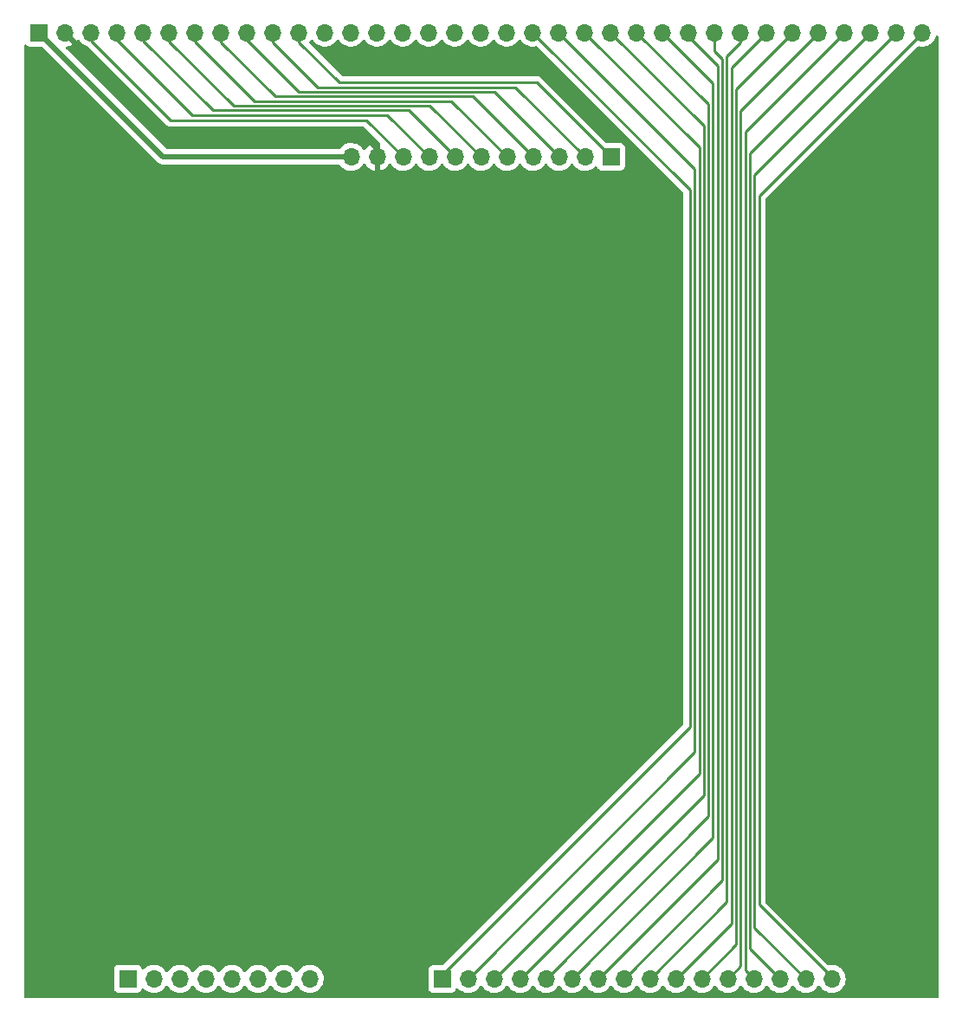
<source format=gbr>
%TF.GenerationSoftware,KiCad,Pcbnew,(6.0.0-0)*%
%TF.CreationDate,2022-03-08T07:13:54-05:00*%
%TF.ProjectId,Backplane-GPR-Registers-Condensed,4261636b-706c-4616-9e65-2d4750522d52,rev?*%
%TF.SameCoordinates,Original*%
%TF.FileFunction,Copper,L1,Top*%
%TF.FilePolarity,Positive*%
%FSLAX46Y46*%
G04 Gerber Fmt 4.6, Leading zero omitted, Abs format (unit mm)*
G04 Created by KiCad (PCBNEW (6.0.0-0)) date 2022-03-08 07:13:54*
%MOMM*%
%LPD*%
G01*
G04 APERTURE LIST*
%TA.AperFunction,ComponentPad*%
%ADD10R,1.700000X1.700000*%
%TD*%
%TA.AperFunction,ComponentPad*%
%ADD11O,1.700000X1.700000*%
%TD*%
%TA.AperFunction,Conductor*%
%ADD12C,0.250000*%
%TD*%
%TA.AperFunction,Conductor*%
%ADD13C,0.500000*%
%TD*%
G04 APERTURE END LIST*
D10*
%TO.P,J2,1,Pin_1*%
%TO.N,BUS0*%
X100595000Y-152770000D03*
D11*
%TO.P,J2,2,Pin_2*%
%TO.N,BUS1*%
X103135000Y-152770000D03*
%TO.P,J2,3,Pin_3*%
%TO.N,BUS2*%
X105675000Y-152770000D03*
%TO.P,J2,4,Pin_4*%
%TO.N,BUS3*%
X108215000Y-152770000D03*
%TO.P,J2,5,Pin_5*%
%TO.N,BUS4*%
X110755000Y-152770000D03*
%TO.P,J2,6,Pin_6*%
%TO.N,BUS5*%
X113295000Y-152770000D03*
%TO.P,J2,7,Pin_7*%
%TO.N,BUS6*%
X115835000Y-152770000D03*
%TO.P,J2,8,Pin_8*%
%TO.N,BUS7*%
X118375000Y-152770000D03*
%TD*%
D10*
%TO.P,J3,1,Pin_1*%
%TO.N,VCC*%
X91925000Y-60300000D03*
D11*
%TO.P,J3,2,Pin_2*%
%TO.N,GND*%
X94465000Y-60300000D03*
%TO.P,J3,3,Pin_3*%
%TO.N,CLOCK*%
X97005000Y-60300000D03*
%TO.P,J3,4,Pin_4*%
%TO.N,~{CONTROL7}*%
X99545000Y-60300000D03*
%TO.P,J3,5,Pin_5*%
%TO.N,CONTROL6*%
X102085000Y-60300000D03*
%TO.P,J3,6,Pin_6*%
%TO.N,CONTROL5*%
X104625000Y-60300000D03*
%TO.P,J3,7,Pin_7*%
%TO.N,CONTROL4*%
X107165000Y-60300000D03*
%TO.P,J3,8,Pin_8*%
%TO.N,CONTROL3*%
X109705000Y-60300000D03*
%TO.P,J3,9,Pin_9*%
%TO.N,CONTROL2*%
X112245000Y-60300000D03*
%TO.P,J3,10,Pin_10*%
%TO.N,CONTROL1*%
X114785000Y-60300000D03*
%TO.P,J3,11,Pin_11*%
%TO.N,CONTROL0*%
X117325000Y-60300000D03*
%TO.P,J3,12,Pin_12*%
%TO.N,BUS0*%
X119865000Y-60300000D03*
%TO.P,J3,13,Pin_13*%
%TO.N,BUS1*%
X122405000Y-60300000D03*
%TO.P,J3,14,Pin_14*%
%TO.N,BUS2*%
X124945000Y-60300000D03*
%TO.P,J3,15,Pin_15*%
%TO.N,BUS3*%
X127485000Y-60300000D03*
%TO.P,J3,16,Pin_16*%
%TO.N,BUS4*%
X130025000Y-60300000D03*
%TO.P,J3,17,Pin_17*%
%TO.N,BUS5*%
X132565000Y-60300000D03*
%TO.P,J3,18,Pin_18*%
%TO.N,BUS6*%
X135105000Y-60300000D03*
%TO.P,J3,19,Pin_19*%
%TO.N,BUS7*%
X137645000Y-60300000D03*
%TO.P,J3,20,Pin_20*%
%TO.N,ADDR0*%
X140185000Y-60300000D03*
%TO.P,J3,21,Pin_21*%
%TO.N,ADDR1*%
X142725000Y-60300000D03*
%TO.P,J3,22,Pin_22*%
%TO.N,ADDR2*%
X145265000Y-60300000D03*
%TO.P,J3,23,Pin_23*%
%TO.N,ADDR3*%
X147805000Y-60300000D03*
%TO.P,J3,24,Pin_24*%
%TO.N,ADDR4*%
X150345000Y-60300000D03*
%TO.P,J3,25,Pin_25*%
%TO.N,ADDR5*%
X152885000Y-60300000D03*
%TO.P,J3,26,Pin_26*%
%TO.N,ADDR6*%
X155425000Y-60300000D03*
%TO.P,J3,27,Pin_27*%
%TO.N,ADDR7*%
X157965000Y-60300000D03*
%TO.P,J3,28,Pin_28*%
%TO.N,ADDR8*%
X160505000Y-60300000D03*
%TO.P,J3,29,Pin_29*%
%TO.N,ADDR9*%
X163045000Y-60300000D03*
%TO.P,J3,30,Pin_30*%
%TO.N,ADDR10*%
X165585000Y-60300000D03*
%TO.P,J3,31,Pin_31*%
%TO.N,ADDR11*%
X168125000Y-60300000D03*
%TO.P,J3,32,Pin_32*%
%TO.N,ADDR12*%
X170665000Y-60300000D03*
%TO.P,J3,33,Pin_33*%
%TO.N,ADDR13*%
X173205000Y-60300000D03*
%TO.P,J3,34,Pin_34*%
%TO.N,ADDR14*%
X175745000Y-60300000D03*
%TO.P,J3,35,Pin_35*%
%TO.N,ADDR15*%
X178285000Y-60300000D03*
%TD*%
D10*
%TO.P,J1,1,Pin_1*%
%TO.N,CONTROL0*%
X147830000Y-72450000D03*
D11*
%TO.P,J1,2,Pin_2*%
%TO.N,CONTROL1*%
X145290000Y-72450000D03*
%TO.P,J1,3,Pin_3*%
%TO.N,CONTROL2*%
X142750000Y-72450000D03*
%TO.P,J1,4,Pin_4*%
%TO.N,CONTROL3*%
X140210000Y-72450000D03*
%TO.P,J1,5,Pin_5*%
%TO.N,CONTROL4*%
X137670000Y-72450000D03*
%TO.P,J1,6,Pin_6*%
%TO.N,CONTROL5*%
X135130000Y-72450000D03*
%TO.P,J1,7,Pin_7*%
%TO.N,CONTROL6*%
X132590000Y-72450000D03*
%TO.P,J1,8,Pin_8*%
%TO.N,~{CONTROL7}*%
X130050000Y-72450000D03*
%TO.P,J1,9,Pin_9*%
%TO.N,CLOCK*%
X127510000Y-72450000D03*
%TO.P,J1,10,Pin_10*%
%TO.N,GND*%
X124970000Y-72450000D03*
%TO.P,J1,11,Pin_11*%
%TO.N,VCC*%
X122430000Y-72450000D03*
%TD*%
D10*
%TO.P,J4,1,Pin_1*%
%TO.N,ADDR0*%
X131320000Y-152780000D03*
D11*
%TO.P,J4,2,Pin_2*%
%TO.N,ADDR1*%
X133860000Y-152780000D03*
%TO.P,J4,3,Pin_3*%
%TO.N,ADDR2*%
X136400000Y-152780000D03*
%TO.P,J4,4,Pin_4*%
%TO.N,ADDR3*%
X138940000Y-152780000D03*
%TO.P,J4,5,Pin_5*%
%TO.N,ADDR4*%
X141480000Y-152780000D03*
%TO.P,J4,6,Pin_6*%
%TO.N,ADDR5*%
X144020000Y-152780000D03*
%TO.P,J4,7,Pin_7*%
%TO.N,ADDR6*%
X146560000Y-152780000D03*
%TO.P,J4,8,Pin_8*%
%TO.N,ADDR7*%
X149100000Y-152780000D03*
%TO.P,J4,9,Pin_9*%
%TO.N,ADDR8*%
X151640000Y-152780000D03*
%TO.P,J4,10,Pin_10*%
%TO.N,ADDR9*%
X154180000Y-152780000D03*
%TO.P,J4,11,Pin_11*%
%TO.N,ADDR10*%
X156720000Y-152780000D03*
%TO.P,J4,12,Pin_12*%
%TO.N,ADDR11*%
X159260000Y-152780000D03*
%TO.P,J4,13,Pin_13*%
%TO.N,ADDR12*%
X161800000Y-152780000D03*
%TO.P,J4,14,Pin_14*%
%TO.N,ADDR13*%
X164340000Y-152780000D03*
%TO.P,J4,15,Pin_15*%
%TO.N,ADDR14*%
X166880000Y-152780000D03*
%TO.P,J4,16,Pin_16*%
%TO.N,ADDR15*%
X169420000Y-152780000D03*
%TD*%
D12*
%TO.N,CONTROL0*%
X140580000Y-65200000D02*
X147830000Y-72450000D01*
X121300000Y-65200000D02*
X140580000Y-65200000D01*
X117325000Y-61225000D02*
X121300000Y-65200000D01*
X117325000Y-60300000D02*
X117325000Y-61225000D01*
%TO.N,CONTROL1*%
X114785000Y-61235000D02*
X119199511Y-65649511D01*
X119199511Y-65649511D02*
X138489511Y-65649511D01*
X114785000Y-60300000D02*
X114785000Y-61235000D01*
X138489511Y-65649511D02*
X145290000Y-72450000D01*
%TO.N,CONTROL2*%
X136399021Y-66099021D02*
X142750000Y-72450000D01*
X112245000Y-61015000D02*
X117329021Y-66099021D01*
X112245000Y-60300000D02*
X112245000Y-61015000D01*
X117329021Y-66099021D02*
X136399021Y-66099021D01*
%TO.N,CONTROL3*%
X115008531Y-66548531D02*
X134308531Y-66548531D01*
X109705000Y-60300000D02*
X109705000Y-61245000D01*
X134308531Y-66548531D02*
X140210000Y-72450000D01*
X109705000Y-61245000D02*
X115008531Y-66548531D01*
%TO.N,CONTROL4*%
X112988041Y-66998041D02*
X132218041Y-66998041D01*
X107165000Y-60300000D02*
X107165000Y-61175000D01*
X132218041Y-66998041D02*
X137670000Y-72450000D01*
X107165000Y-61175000D02*
X112988041Y-66998041D01*
%TO.N,CONTROL5*%
X104625000Y-60300000D02*
X104625000Y-61155000D01*
X104625000Y-61155000D02*
X110917551Y-67447551D01*
X110917551Y-67447551D02*
X130127551Y-67447551D01*
X130127551Y-67447551D02*
X135130000Y-72450000D01*
%TO.N,CONTROL6*%
X102085000Y-60300000D02*
X102085000Y-61085000D01*
X128037066Y-67897066D02*
X132590000Y-72450000D01*
X108897066Y-67897066D02*
X128037066Y-67897066D01*
X102085000Y-61085000D02*
X108897066Y-67897066D01*
%TO.N,~{CONTROL7}*%
X125946578Y-68346578D02*
X130050000Y-72450000D01*
X99545000Y-60300000D02*
X99545000Y-61035000D01*
X99545000Y-61035000D02*
X106856578Y-68346578D01*
X106856578Y-68346578D02*
X125946578Y-68346578D01*
%TO.N,ADDR0*%
X131320000Y-152398000D02*
X131320000Y-152780000D01*
X155563346Y-75678346D02*
X155563346Y-128154654D01*
X155563346Y-128154654D02*
X131320000Y-152398000D01*
X140185000Y-60300000D02*
X155563346Y-75678346D01*
%TO.N,ADDR1*%
X156012847Y-130627153D02*
X133860000Y-152780000D01*
X142725000Y-60300000D02*
X156012847Y-73587847D01*
X156012847Y-73587847D02*
X156012847Y-130627153D01*
%TO.N,ADDR2*%
X156462357Y-132717643D02*
X156462357Y-71497357D01*
X136400000Y-152780000D02*
X156462357Y-132717643D01*
X156462357Y-71497357D02*
X145265000Y-60300000D01*
%TO.N,ADDR3*%
X156911868Y-134808132D02*
X138940000Y-152780000D01*
X156911868Y-69406868D02*
X156911868Y-134808132D01*
X147805000Y-60300000D02*
X156911868Y-69406868D01*
%TO.N,ADDR4*%
X141480000Y-152780000D02*
X157361390Y-136898610D01*
X157361390Y-136898610D02*
X157361390Y-67316390D01*
X157361390Y-67316390D02*
X150345000Y-60300000D01*
%TO.N,ADDR5*%
X157810900Y-138989100D02*
X157810900Y-65225900D01*
X144020000Y-152780000D02*
X157810900Y-138989100D01*
X157810900Y-65225900D02*
X152885000Y-60300000D01*
%TO.N,ADDR6*%
X146560000Y-152780000D02*
X158260410Y-141079590D01*
X155425000Y-60683000D02*
X155425000Y-60300000D01*
X158260410Y-141079590D02*
X158260410Y-63518410D01*
X158260410Y-63518410D02*
X155425000Y-60683000D01*
%TO.N,ADDR7*%
X157965000Y-62108540D02*
X157965000Y-60300000D01*
X149100000Y-152780000D02*
X158709920Y-143170080D01*
X158709920Y-143170080D02*
X158709920Y-62853460D01*
X158709920Y-62853460D02*
X157965000Y-62108540D01*
%TO.N,ADDR8*%
X159159430Y-145260570D02*
X159159430Y-62582570D01*
X160505000Y-61237000D02*
X160505000Y-60300000D01*
X151640000Y-152780000D02*
X159159430Y-145260570D01*
X159159430Y-62582570D02*
X160505000Y-61237000D01*
%TO.N,ADDR9*%
X154180000Y-152780000D02*
X159608940Y-147351060D01*
X159608940Y-63736060D02*
X163045000Y-60300000D01*
X159608940Y-147351060D02*
X159608940Y-63736060D01*
%TO.N,ADDR10*%
X160058450Y-149441550D02*
X160058450Y-65826550D01*
X156720000Y-152780000D02*
X160058450Y-149441550D01*
X160058450Y-65826550D02*
X165585000Y-60300000D01*
D13*
%TO.N,VCC*%
X104035000Y-72410000D02*
X122390000Y-72410000D01*
X91925000Y-60300000D02*
X104035000Y-72410000D01*
X122390000Y-72410000D02*
X122430000Y-72450000D01*
%TO.N,GND*%
X94465000Y-60300000D02*
X104375000Y-70210000D01*
X124970000Y-71670000D02*
X124970000Y-72450000D01*
X104375000Y-70210000D02*
X123510000Y-70210000D01*
X123510000Y-70210000D02*
X124970000Y-71670000D01*
D12*
%TO.N,CLOCK*%
X104770000Y-68860000D02*
X123920000Y-68860000D01*
X123920000Y-68860000D02*
X127510000Y-72450000D01*
X97005000Y-61095000D02*
X104770000Y-68860000D01*
X97005000Y-60300000D02*
X97005000Y-61095000D01*
%TO.N,ADDR15*%
X162306000Y-145542000D02*
X162306000Y-76279000D01*
X169420000Y-152780000D02*
X169420000Y-152656000D01*
X169420000Y-152656000D02*
X162306000Y-145542000D01*
X162306000Y-76279000D02*
X178285000Y-60300000D01*
%TO.N,ADDR14*%
X161856490Y-147756490D02*
X161856490Y-74188510D01*
X166880000Y-152780000D02*
X161856490Y-147756490D01*
X161856490Y-74188510D02*
X175745000Y-60300000D01*
%TO.N,ADDR13*%
X164340000Y-152780000D02*
X161406980Y-149846980D01*
X161406980Y-72098020D02*
X173205000Y-60300000D01*
X161406980Y-149846980D02*
X161406980Y-72098020D01*
%TO.N,ADDR12*%
X161800000Y-152780000D02*
X160957470Y-151937470D01*
X160957470Y-151937470D02*
X160957470Y-70007530D01*
X160957470Y-70007530D02*
X170665000Y-60300000D01*
%TO.N,ADDR11*%
X159260000Y-152780000D02*
X160507960Y-151532040D01*
X160507960Y-67917040D02*
X168125000Y-60300000D01*
X160507960Y-151532040D02*
X160507960Y-67917040D01*
%TD*%
%TA.AperFunction,Conductor*%
%TO.N,GND*%
G36*
X179769413Y-60582752D02*
G01*
X179822631Y-60629746D01*
X179842000Y-60696871D01*
X179842000Y-154556000D01*
X179821998Y-154624121D01*
X179768342Y-154670614D01*
X179716000Y-154682000D01*
X90584000Y-154682000D01*
X90515879Y-154661998D01*
X90469386Y-154608342D01*
X90458000Y-154556000D01*
X90458000Y-153668134D01*
X99236500Y-153668134D01*
X99243255Y-153730316D01*
X99294385Y-153866705D01*
X99381739Y-153983261D01*
X99498295Y-154070615D01*
X99634684Y-154121745D01*
X99696866Y-154128500D01*
X101493134Y-154128500D01*
X101555316Y-154121745D01*
X101691705Y-154070615D01*
X101808261Y-153983261D01*
X101895615Y-153866705D01*
X101936652Y-153757240D01*
X101939598Y-153749382D01*
X101982240Y-153692618D01*
X102048802Y-153667918D01*
X102118150Y-153683126D01*
X102152817Y-153711114D01*
X102181250Y-153743938D01*
X102353126Y-153886632D01*
X102546000Y-153999338D01*
X102550825Y-154001180D01*
X102550826Y-154001181D01*
X102623612Y-154028975D01*
X102754692Y-154079030D01*
X102759760Y-154080061D01*
X102759763Y-154080062D01*
X102867017Y-154101883D01*
X102973597Y-154123567D01*
X102978772Y-154123757D01*
X102978774Y-154123757D01*
X103191673Y-154131564D01*
X103191677Y-154131564D01*
X103196837Y-154131753D01*
X103201957Y-154131097D01*
X103201959Y-154131097D01*
X103413288Y-154104025D01*
X103413289Y-154104025D01*
X103418416Y-154103368D01*
X103466207Y-154089030D01*
X103627429Y-154040661D01*
X103627434Y-154040659D01*
X103632384Y-154039174D01*
X103832994Y-153940896D01*
X104014860Y-153811173D01*
X104173096Y-153653489D01*
X104303453Y-153472077D01*
X104304776Y-153473028D01*
X104351645Y-153429857D01*
X104421580Y-153417625D01*
X104487026Y-153445144D01*
X104514875Y-153476994D01*
X104574987Y-153575088D01*
X104721250Y-153743938D01*
X104893126Y-153886632D01*
X105086000Y-153999338D01*
X105090825Y-154001180D01*
X105090826Y-154001181D01*
X105163612Y-154028975D01*
X105294692Y-154079030D01*
X105299760Y-154080061D01*
X105299763Y-154080062D01*
X105407017Y-154101883D01*
X105513597Y-154123567D01*
X105518772Y-154123757D01*
X105518774Y-154123757D01*
X105731673Y-154131564D01*
X105731677Y-154131564D01*
X105736837Y-154131753D01*
X105741957Y-154131097D01*
X105741959Y-154131097D01*
X105953288Y-154104025D01*
X105953289Y-154104025D01*
X105958416Y-154103368D01*
X106006207Y-154089030D01*
X106167429Y-154040661D01*
X106167434Y-154040659D01*
X106172384Y-154039174D01*
X106372994Y-153940896D01*
X106554860Y-153811173D01*
X106713096Y-153653489D01*
X106843453Y-153472077D01*
X106844776Y-153473028D01*
X106891645Y-153429857D01*
X106961580Y-153417625D01*
X107027026Y-153445144D01*
X107054875Y-153476994D01*
X107114987Y-153575088D01*
X107261250Y-153743938D01*
X107433126Y-153886632D01*
X107626000Y-153999338D01*
X107630825Y-154001180D01*
X107630826Y-154001181D01*
X107703612Y-154028975D01*
X107834692Y-154079030D01*
X107839760Y-154080061D01*
X107839763Y-154080062D01*
X107947017Y-154101883D01*
X108053597Y-154123567D01*
X108058772Y-154123757D01*
X108058774Y-154123757D01*
X108271673Y-154131564D01*
X108271677Y-154131564D01*
X108276837Y-154131753D01*
X108281957Y-154131097D01*
X108281959Y-154131097D01*
X108493288Y-154104025D01*
X108493289Y-154104025D01*
X108498416Y-154103368D01*
X108546207Y-154089030D01*
X108707429Y-154040661D01*
X108707434Y-154040659D01*
X108712384Y-154039174D01*
X108912994Y-153940896D01*
X109094860Y-153811173D01*
X109253096Y-153653489D01*
X109383453Y-153472077D01*
X109384776Y-153473028D01*
X109431645Y-153429857D01*
X109501580Y-153417625D01*
X109567026Y-153445144D01*
X109594875Y-153476994D01*
X109654987Y-153575088D01*
X109801250Y-153743938D01*
X109973126Y-153886632D01*
X110166000Y-153999338D01*
X110170825Y-154001180D01*
X110170826Y-154001181D01*
X110243612Y-154028975D01*
X110374692Y-154079030D01*
X110379760Y-154080061D01*
X110379763Y-154080062D01*
X110487017Y-154101883D01*
X110593597Y-154123567D01*
X110598772Y-154123757D01*
X110598774Y-154123757D01*
X110811673Y-154131564D01*
X110811677Y-154131564D01*
X110816837Y-154131753D01*
X110821957Y-154131097D01*
X110821959Y-154131097D01*
X111033288Y-154104025D01*
X111033289Y-154104025D01*
X111038416Y-154103368D01*
X111086207Y-154089030D01*
X111247429Y-154040661D01*
X111247434Y-154040659D01*
X111252384Y-154039174D01*
X111452994Y-153940896D01*
X111634860Y-153811173D01*
X111793096Y-153653489D01*
X111923453Y-153472077D01*
X111924776Y-153473028D01*
X111971645Y-153429857D01*
X112041580Y-153417625D01*
X112107026Y-153445144D01*
X112134875Y-153476994D01*
X112194987Y-153575088D01*
X112341250Y-153743938D01*
X112513126Y-153886632D01*
X112706000Y-153999338D01*
X112710825Y-154001180D01*
X112710826Y-154001181D01*
X112783612Y-154028975D01*
X112914692Y-154079030D01*
X112919760Y-154080061D01*
X112919763Y-154080062D01*
X113027017Y-154101883D01*
X113133597Y-154123567D01*
X113138772Y-154123757D01*
X113138774Y-154123757D01*
X113351673Y-154131564D01*
X113351677Y-154131564D01*
X113356837Y-154131753D01*
X113361957Y-154131097D01*
X113361959Y-154131097D01*
X113573288Y-154104025D01*
X113573289Y-154104025D01*
X113578416Y-154103368D01*
X113626207Y-154089030D01*
X113787429Y-154040661D01*
X113787434Y-154040659D01*
X113792384Y-154039174D01*
X113992994Y-153940896D01*
X114174860Y-153811173D01*
X114333096Y-153653489D01*
X114463453Y-153472077D01*
X114464776Y-153473028D01*
X114511645Y-153429857D01*
X114581580Y-153417625D01*
X114647026Y-153445144D01*
X114674875Y-153476994D01*
X114734987Y-153575088D01*
X114881250Y-153743938D01*
X115053126Y-153886632D01*
X115246000Y-153999338D01*
X115250825Y-154001180D01*
X115250826Y-154001181D01*
X115323612Y-154028975D01*
X115454692Y-154079030D01*
X115459760Y-154080061D01*
X115459763Y-154080062D01*
X115567017Y-154101883D01*
X115673597Y-154123567D01*
X115678772Y-154123757D01*
X115678774Y-154123757D01*
X115891673Y-154131564D01*
X115891677Y-154131564D01*
X115896837Y-154131753D01*
X115901957Y-154131097D01*
X115901959Y-154131097D01*
X116113288Y-154104025D01*
X116113289Y-154104025D01*
X116118416Y-154103368D01*
X116166207Y-154089030D01*
X116327429Y-154040661D01*
X116327434Y-154040659D01*
X116332384Y-154039174D01*
X116532994Y-153940896D01*
X116714860Y-153811173D01*
X116873096Y-153653489D01*
X117003453Y-153472077D01*
X117004776Y-153473028D01*
X117051645Y-153429857D01*
X117121580Y-153417625D01*
X117187026Y-153445144D01*
X117214875Y-153476994D01*
X117274987Y-153575088D01*
X117421250Y-153743938D01*
X117593126Y-153886632D01*
X117786000Y-153999338D01*
X117790825Y-154001180D01*
X117790826Y-154001181D01*
X117863612Y-154028975D01*
X117994692Y-154079030D01*
X117999760Y-154080061D01*
X117999763Y-154080062D01*
X118107017Y-154101883D01*
X118213597Y-154123567D01*
X118218772Y-154123757D01*
X118218774Y-154123757D01*
X118431673Y-154131564D01*
X118431677Y-154131564D01*
X118436837Y-154131753D01*
X118441957Y-154131097D01*
X118441959Y-154131097D01*
X118653288Y-154104025D01*
X118653289Y-154104025D01*
X118658416Y-154103368D01*
X118706207Y-154089030D01*
X118867429Y-154040661D01*
X118867434Y-154040659D01*
X118872384Y-154039174D01*
X119072994Y-153940896D01*
X119254860Y-153811173D01*
X119413096Y-153653489D01*
X119543453Y-153472077D01*
X119564320Y-153429857D01*
X119640136Y-153276453D01*
X119640137Y-153276451D01*
X119642430Y-153271811D01*
X119707370Y-153058069D01*
X119736529Y-152836590D01*
X119736611Y-152833240D01*
X119738074Y-152773365D01*
X119738074Y-152773361D01*
X119738156Y-152770000D01*
X119719852Y-152547361D01*
X119665431Y-152330702D01*
X119576354Y-152125840D01*
X119464291Y-151952617D01*
X119457822Y-151942617D01*
X119457820Y-151942614D01*
X119455014Y-151938277D01*
X119304670Y-151773051D01*
X119300619Y-151769852D01*
X119300615Y-151769848D01*
X119133414Y-151637800D01*
X119133410Y-151637798D01*
X119129359Y-151634598D01*
X118933789Y-151526638D01*
X118928920Y-151524914D01*
X118928916Y-151524912D01*
X118728087Y-151453795D01*
X118728083Y-151453794D01*
X118723212Y-151452069D01*
X118718119Y-151451162D01*
X118718116Y-151451161D01*
X118508373Y-151413800D01*
X118508367Y-151413799D01*
X118503284Y-151412894D01*
X118429452Y-151411992D01*
X118285081Y-151410228D01*
X118285079Y-151410228D01*
X118279911Y-151410165D01*
X118059091Y-151443955D01*
X117846756Y-151513357D01*
X117648607Y-151616507D01*
X117644474Y-151619610D01*
X117644471Y-151619612D01*
X117548455Y-151691703D01*
X117469965Y-151750635D01*
X117466393Y-151754373D01*
X117358729Y-151867037D01*
X117315629Y-151912138D01*
X117208201Y-152069621D01*
X117153293Y-152114621D01*
X117082768Y-152122792D01*
X117019021Y-152091538D01*
X116998324Y-152067054D01*
X116917822Y-151942617D01*
X116917820Y-151942614D01*
X116915014Y-151938277D01*
X116764670Y-151773051D01*
X116760619Y-151769852D01*
X116760615Y-151769848D01*
X116593414Y-151637800D01*
X116593410Y-151637798D01*
X116589359Y-151634598D01*
X116393789Y-151526638D01*
X116388920Y-151524914D01*
X116388916Y-151524912D01*
X116188087Y-151453795D01*
X116188083Y-151453794D01*
X116183212Y-151452069D01*
X116178119Y-151451162D01*
X116178116Y-151451161D01*
X115968373Y-151413800D01*
X115968367Y-151413799D01*
X115963284Y-151412894D01*
X115889452Y-151411992D01*
X115745081Y-151410228D01*
X115745079Y-151410228D01*
X115739911Y-151410165D01*
X115519091Y-151443955D01*
X115306756Y-151513357D01*
X115108607Y-151616507D01*
X115104474Y-151619610D01*
X115104471Y-151619612D01*
X115008455Y-151691703D01*
X114929965Y-151750635D01*
X114926393Y-151754373D01*
X114818729Y-151867037D01*
X114775629Y-151912138D01*
X114668201Y-152069621D01*
X114613293Y-152114621D01*
X114542768Y-152122792D01*
X114479021Y-152091538D01*
X114458324Y-152067054D01*
X114377822Y-151942617D01*
X114377820Y-151942614D01*
X114375014Y-151938277D01*
X114224670Y-151773051D01*
X114220619Y-151769852D01*
X114220615Y-151769848D01*
X114053414Y-151637800D01*
X114053410Y-151637798D01*
X114049359Y-151634598D01*
X113853789Y-151526638D01*
X113848920Y-151524914D01*
X113848916Y-151524912D01*
X113648087Y-151453795D01*
X113648083Y-151453794D01*
X113643212Y-151452069D01*
X113638119Y-151451162D01*
X113638116Y-151451161D01*
X113428373Y-151413800D01*
X113428367Y-151413799D01*
X113423284Y-151412894D01*
X113349452Y-151411992D01*
X113205081Y-151410228D01*
X113205079Y-151410228D01*
X113199911Y-151410165D01*
X112979091Y-151443955D01*
X112766756Y-151513357D01*
X112568607Y-151616507D01*
X112564474Y-151619610D01*
X112564471Y-151619612D01*
X112468455Y-151691703D01*
X112389965Y-151750635D01*
X112386393Y-151754373D01*
X112278729Y-151867037D01*
X112235629Y-151912138D01*
X112128201Y-152069621D01*
X112073293Y-152114621D01*
X112002768Y-152122792D01*
X111939021Y-152091538D01*
X111918324Y-152067054D01*
X111837822Y-151942617D01*
X111837820Y-151942614D01*
X111835014Y-151938277D01*
X111684670Y-151773051D01*
X111680619Y-151769852D01*
X111680615Y-151769848D01*
X111513414Y-151637800D01*
X111513410Y-151637798D01*
X111509359Y-151634598D01*
X111313789Y-151526638D01*
X111308920Y-151524914D01*
X111308916Y-151524912D01*
X111108087Y-151453795D01*
X111108083Y-151453794D01*
X111103212Y-151452069D01*
X111098119Y-151451162D01*
X111098116Y-151451161D01*
X110888373Y-151413800D01*
X110888367Y-151413799D01*
X110883284Y-151412894D01*
X110809452Y-151411992D01*
X110665081Y-151410228D01*
X110665079Y-151410228D01*
X110659911Y-151410165D01*
X110439091Y-151443955D01*
X110226756Y-151513357D01*
X110028607Y-151616507D01*
X110024474Y-151619610D01*
X110024471Y-151619612D01*
X109928455Y-151691703D01*
X109849965Y-151750635D01*
X109846393Y-151754373D01*
X109738729Y-151867037D01*
X109695629Y-151912138D01*
X109588201Y-152069621D01*
X109533293Y-152114621D01*
X109462768Y-152122792D01*
X109399021Y-152091538D01*
X109378324Y-152067054D01*
X109297822Y-151942617D01*
X109297820Y-151942614D01*
X109295014Y-151938277D01*
X109144670Y-151773051D01*
X109140619Y-151769852D01*
X109140615Y-151769848D01*
X108973414Y-151637800D01*
X108973410Y-151637798D01*
X108969359Y-151634598D01*
X108773789Y-151526638D01*
X108768920Y-151524914D01*
X108768916Y-151524912D01*
X108568087Y-151453795D01*
X108568083Y-151453794D01*
X108563212Y-151452069D01*
X108558119Y-151451162D01*
X108558116Y-151451161D01*
X108348373Y-151413800D01*
X108348367Y-151413799D01*
X108343284Y-151412894D01*
X108269452Y-151411992D01*
X108125081Y-151410228D01*
X108125079Y-151410228D01*
X108119911Y-151410165D01*
X107899091Y-151443955D01*
X107686756Y-151513357D01*
X107488607Y-151616507D01*
X107484474Y-151619610D01*
X107484471Y-151619612D01*
X107388455Y-151691703D01*
X107309965Y-151750635D01*
X107306393Y-151754373D01*
X107198729Y-151867037D01*
X107155629Y-151912138D01*
X107048201Y-152069621D01*
X106993293Y-152114621D01*
X106922768Y-152122792D01*
X106859021Y-152091538D01*
X106838324Y-152067054D01*
X106757822Y-151942617D01*
X106757820Y-151942614D01*
X106755014Y-151938277D01*
X106604670Y-151773051D01*
X106600619Y-151769852D01*
X106600615Y-151769848D01*
X106433414Y-151637800D01*
X106433410Y-151637798D01*
X106429359Y-151634598D01*
X106233789Y-151526638D01*
X106228920Y-151524914D01*
X106228916Y-151524912D01*
X106028087Y-151453795D01*
X106028083Y-151453794D01*
X106023212Y-151452069D01*
X106018119Y-151451162D01*
X106018116Y-151451161D01*
X105808373Y-151413800D01*
X105808367Y-151413799D01*
X105803284Y-151412894D01*
X105729452Y-151411992D01*
X105585081Y-151410228D01*
X105585079Y-151410228D01*
X105579911Y-151410165D01*
X105359091Y-151443955D01*
X105146756Y-151513357D01*
X104948607Y-151616507D01*
X104944474Y-151619610D01*
X104944471Y-151619612D01*
X104848455Y-151691703D01*
X104769965Y-151750635D01*
X104766393Y-151754373D01*
X104658729Y-151867037D01*
X104615629Y-151912138D01*
X104508201Y-152069621D01*
X104453293Y-152114621D01*
X104382768Y-152122792D01*
X104319021Y-152091538D01*
X104298324Y-152067054D01*
X104217822Y-151942617D01*
X104217820Y-151942614D01*
X104215014Y-151938277D01*
X104064670Y-151773051D01*
X104060619Y-151769852D01*
X104060615Y-151769848D01*
X103893414Y-151637800D01*
X103893410Y-151637798D01*
X103889359Y-151634598D01*
X103693789Y-151526638D01*
X103688920Y-151524914D01*
X103688916Y-151524912D01*
X103488087Y-151453795D01*
X103488083Y-151453794D01*
X103483212Y-151452069D01*
X103478119Y-151451162D01*
X103478116Y-151451161D01*
X103268373Y-151413800D01*
X103268367Y-151413799D01*
X103263284Y-151412894D01*
X103189452Y-151411992D01*
X103045081Y-151410228D01*
X103045079Y-151410228D01*
X103039911Y-151410165D01*
X102819091Y-151443955D01*
X102606756Y-151513357D01*
X102408607Y-151616507D01*
X102404474Y-151619610D01*
X102404471Y-151619612D01*
X102308455Y-151691703D01*
X102229965Y-151750635D01*
X102173537Y-151809684D01*
X102149283Y-151835064D01*
X102087759Y-151870494D01*
X102016846Y-151867037D01*
X101959060Y-151825791D01*
X101940207Y-151792243D01*
X101898767Y-151681703D01*
X101895615Y-151673295D01*
X101808261Y-151556739D01*
X101691705Y-151469385D01*
X101555316Y-151418255D01*
X101493134Y-151411500D01*
X99696866Y-151411500D01*
X99634684Y-151418255D01*
X99498295Y-151469385D01*
X99381739Y-151556739D01*
X99294385Y-151673295D01*
X99243255Y-151809684D01*
X99236500Y-151871866D01*
X99236500Y-153668134D01*
X90458000Y-153668134D01*
X90458000Y-61552916D01*
X90478002Y-61484795D01*
X90531658Y-61438302D01*
X90601932Y-61428198D01*
X90666512Y-61457692D01*
X90684826Y-61477351D01*
X90711739Y-61513261D01*
X90828295Y-61600615D01*
X90964684Y-61651745D01*
X91026866Y-61658500D01*
X92158629Y-61658500D01*
X92226750Y-61678502D01*
X92247724Y-61695405D01*
X103451230Y-72898911D01*
X103463616Y-72913323D01*
X103472149Y-72924918D01*
X103472154Y-72924923D01*
X103476492Y-72930818D01*
X103482070Y-72935557D01*
X103482073Y-72935560D01*
X103516768Y-72965035D01*
X103524284Y-72971965D01*
X103529979Y-72977660D01*
X103532861Y-72979940D01*
X103552251Y-72995281D01*
X103555655Y-72998072D01*
X103605703Y-73040591D01*
X103611285Y-73045333D01*
X103617801Y-73048661D01*
X103622850Y-73052028D01*
X103627979Y-73055195D01*
X103633716Y-73059734D01*
X103699875Y-73090655D01*
X103703769Y-73092558D01*
X103768808Y-73125769D01*
X103775916Y-73127508D01*
X103781559Y-73129607D01*
X103787322Y-73131524D01*
X103793950Y-73134622D01*
X103801112Y-73136112D01*
X103801113Y-73136112D01*
X103865412Y-73149486D01*
X103869696Y-73150456D01*
X103940610Y-73167808D01*
X103946212Y-73168156D01*
X103946215Y-73168156D01*
X103951764Y-73168500D01*
X103951762Y-73168536D01*
X103955755Y-73168775D01*
X103959947Y-73169149D01*
X103967115Y-73170640D01*
X104044520Y-73168546D01*
X104047928Y-73168500D01*
X121206362Y-73168500D01*
X121274483Y-73188502D01*
X121313795Y-73228665D01*
X121329987Y-73255088D01*
X121476250Y-73423938D01*
X121648126Y-73566632D01*
X121841000Y-73679338D01*
X122049692Y-73759030D01*
X122054760Y-73760061D01*
X122054763Y-73760062D01*
X122149862Y-73779410D01*
X122268597Y-73803567D01*
X122273772Y-73803757D01*
X122273774Y-73803757D01*
X122486673Y-73811564D01*
X122486677Y-73811564D01*
X122491837Y-73811753D01*
X122496957Y-73811097D01*
X122496959Y-73811097D01*
X122708288Y-73784025D01*
X122708289Y-73784025D01*
X122713416Y-73783368D01*
X122718366Y-73781883D01*
X122922429Y-73720661D01*
X122922434Y-73720659D01*
X122927384Y-73719174D01*
X123127994Y-73620896D01*
X123309860Y-73491173D01*
X123468096Y-73333489D01*
X123585257Y-73170442D01*
X123598453Y-73152077D01*
X123599640Y-73152930D01*
X123646960Y-73109362D01*
X123716897Y-73097145D01*
X123782338Y-73124678D01*
X123810166Y-73156511D01*
X123867694Y-73250388D01*
X123873777Y-73258699D01*
X124013213Y-73419667D01*
X124020580Y-73426883D01*
X124184434Y-73562916D01*
X124192881Y-73568831D01*
X124376756Y-73676279D01*
X124386042Y-73680729D01*
X124585001Y-73756703D01*
X124594899Y-73759579D01*
X124698250Y-73780606D01*
X124712299Y-73779410D01*
X124716000Y-73769065D01*
X124716000Y-71133102D01*
X124712082Y-71119758D01*
X124697806Y-71117771D01*
X124659324Y-71123660D01*
X124649288Y-71126051D01*
X124446868Y-71192212D01*
X124437359Y-71196209D01*
X124248463Y-71294542D01*
X124239738Y-71300036D01*
X124069433Y-71427905D01*
X124061726Y-71434748D01*
X123914590Y-71588717D01*
X123908109Y-71596722D01*
X123803498Y-71750074D01*
X123748587Y-71795076D01*
X123678062Y-71803247D01*
X123614315Y-71771993D01*
X123593618Y-71747509D01*
X123512822Y-71622617D01*
X123512820Y-71622614D01*
X123510014Y-71618277D01*
X123359670Y-71453051D01*
X123355619Y-71449852D01*
X123355615Y-71449848D01*
X123188414Y-71317800D01*
X123188410Y-71317798D01*
X123184359Y-71314598D01*
X123148028Y-71294542D01*
X123132136Y-71285769D01*
X122988789Y-71206638D01*
X122983920Y-71204914D01*
X122983916Y-71204912D01*
X122783087Y-71133795D01*
X122783083Y-71133794D01*
X122778212Y-71132069D01*
X122773119Y-71131162D01*
X122773116Y-71131161D01*
X122563373Y-71093800D01*
X122563367Y-71093799D01*
X122558284Y-71092894D01*
X122484452Y-71091992D01*
X122340081Y-71090228D01*
X122340079Y-71090228D01*
X122334911Y-71090165D01*
X122114091Y-71123955D01*
X121901756Y-71193357D01*
X121703607Y-71296507D01*
X121699474Y-71299610D01*
X121699471Y-71299612D01*
X121529100Y-71427530D01*
X121524965Y-71430635D01*
X121370629Y-71592138D01*
X121367651Y-71596503D01*
X121367617Y-71596532D01*
X121364463Y-71600426D01*
X121363659Y-71599775D01*
X121312745Y-71641505D01*
X121263563Y-71651500D01*
X104401371Y-71651500D01*
X104333250Y-71631498D01*
X104312276Y-71614595D01*
X94559462Y-61861781D01*
X94525436Y-61799469D01*
X94530501Y-61728654D01*
X94573048Y-61671818D01*
X94632547Y-61647707D01*
X94743184Y-61633534D01*
X94753262Y-61631392D01*
X94957255Y-61570191D01*
X94966842Y-61566433D01*
X95158095Y-61472739D01*
X95166945Y-61467464D01*
X95340328Y-61343792D01*
X95348200Y-61337139D01*
X95499052Y-61186812D01*
X95505730Y-61178965D01*
X95633022Y-61001819D01*
X95634279Y-61002722D01*
X95681373Y-60959362D01*
X95751311Y-60947145D01*
X95816751Y-60974678D01*
X95844579Y-61006511D01*
X95904987Y-61105088D01*
X96051250Y-61273938D01*
X96223126Y-61416632D01*
X96416000Y-61529338D01*
X96420825Y-61531180D01*
X96420826Y-61531181D01*
X96450774Y-61542617D01*
X96597034Y-61598469D01*
X96641179Y-61627083D01*
X104266343Y-69252247D01*
X104273887Y-69260537D01*
X104278000Y-69267018D01*
X104283777Y-69272443D01*
X104327667Y-69313658D01*
X104330509Y-69316413D01*
X104350230Y-69336134D01*
X104353425Y-69338612D01*
X104362447Y-69346318D01*
X104394679Y-69376586D01*
X104401628Y-69380406D01*
X104412432Y-69386346D01*
X104428956Y-69397199D01*
X104444959Y-69409613D01*
X104485543Y-69427176D01*
X104496173Y-69432383D01*
X104534940Y-69453695D01*
X104542617Y-69455666D01*
X104542622Y-69455668D01*
X104554558Y-69458732D01*
X104573266Y-69465137D01*
X104591855Y-69473181D01*
X104599683Y-69474421D01*
X104599690Y-69474423D01*
X104635524Y-69480099D01*
X104647144Y-69482505D01*
X104682289Y-69491528D01*
X104689970Y-69493500D01*
X104710224Y-69493500D01*
X104729934Y-69495051D01*
X104749943Y-69498220D01*
X104757835Y-69497474D01*
X104793961Y-69494059D01*
X104805819Y-69493500D01*
X123605406Y-69493500D01*
X123673527Y-69513502D01*
X123694501Y-69530405D01*
X125187975Y-71023879D01*
X125222001Y-71086191D01*
X125220694Y-71115795D01*
X125224000Y-71115795D01*
X125224000Y-73768517D01*
X125228064Y-73782359D01*
X125241478Y-73784393D01*
X125248184Y-73783534D01*
X125258262Y-73781392D01*
X125462255Y-73720191D01*
X125471842Y-73716433D01*
X125663095Y-73622739D01*
X125671945Y-73617464D01*
X125845328Y-73493792D01*
X125853200Y-73487139D01*
X126004052Y-73336812D01*
X126010730Y-73328965D01*
X126138022Y-73151819D01*
X126139279Y-73152722D01*
X126186373Y-73109362D01*
X126256311Y-73097145D01*
X126321751Y-73124678D01*
X126349579Y-73156511D01*
X126358116Y-73170442D01*
X126409987Y-73255088D01*
X126556250Y-73423938D01*
X126728126Y-73566632D01*
X126921000Y-73679338D01*
X127129692Y-73759030D01*
X127134760Y-73760061D01*
X127134763Y-73760062D01*
X127229862Y-73779410D01*
X127348597Y-73803567D01*
X127353772Y-73803757D01*
X127353774Y-73803757D01*
X127566673Y-73811564D01*
X127566677Y-73811564D01*
X127571837Y-73811753D01*
X127576957Y-73811097D01*
X127576959Y-73811097D01*
X127788288Y-73784025D01*
X127788289Y-73784025D01*
X127793416Y-73783368D01*
X127798366Y-73781883D01*
X128002429Y-73720661D01*
X128002434Y-73720659D01*
X128007384Y-73719174D01*
X128207994Y-73620896D01*
X128389860Y-73491173D01*
X128548096Y-73333489D01*
X128665257Y-73170442D01*
X128678453Y-73152077D01*
X128679776Y-73153028D01*
X128726645Y-73109857D01*
X128796580Y-73097625D01*
X128862026Y-73125144D01*
X128889875Y-73156994D01*
X128898116Y-73170442D01*
X128949987Y-73255088D01*
X129096250Y-73423938D01*
X129268126Y-73566632D01*
X129461000Y-73679338D01*
X129669692Y-73759030D01*
X129674760Y-73760061D01*
X129674763Y-73760062D01*
X129769862Y-73779410D01*
X129888597Y-73803567D01*
X129893772Y-73803757D01*
X129893774Y-73803757D01*
X130106673Y-73811564D01*
X130106677Y-73811564D01*
X130111837Y-73811753D01*
X130116957Y-73811097D01*
X130116959Y-73811097D01*
X130328288Y-73784025D01*
X130328289Y-73784025D01*
X130333416Y-73783368D01*
X130338366Y-73781883D01*
X130542429Y-73720661D01*
X130542434Y-73720659D01*
X130547384Y-73719174D01*
X130747994Y-73620896D01*
X130929860Y-73491173D01*
X131088096Y-73333489D01*
X131205257Y-73170442D01*
X131218453Y-73152077D01*
X131219776Y-73153028D01*
X131266645Y-73109857D01*
X131336580Y-73097625D01*
X131402026Y-73125144D01*
X131429875Y-73156994D01*
X131438116Y-73170442D01*
X131489987Y-73255088D01*
X131636250Y-73423938D01*
X131808126Y-73566632D01*
X132001000Y-73679338D01*
X132209692Y-73759030D01*
X132214760Y-73760061D01*
X132214763Y-73760062D01*
X132309862Y-73779410D01*
X132428597Y-73803567D01*
X132433772Y-73803757D01*
X132433774Y-73803757D01*
X132646673Y-73811564D01*
X132646677Y-73811564D01*
X132651837Y-73811753D01*
X132656957Y-73811097D01*
X132656959Y-73811097D01*
X132868288Y-73784025D01*
X132868289Y-73784025D01*
X132873416Y-73783368D01*
X132878366Y-73781883D01*
X133082429Y-73720661D01*
X133082434Y-73720659D01*
X133087384Y-73719174D01*
X133287994Y-73620896D01*
X133469860Y-73491173D01*
X133628096Y-73333489D01*
X133745257Y-73170442D01*
X133758453Y-73152077D01*
X133759776Y-73153028D01*
X133806645Y-73109857D01*
X133876580Y-73097625D01*
X133942026Y-73125144D01*
X133969875Y-73156994D01*
X133978116Y-73170442D01*
X134029987Y-73255088D01*
X134176250Y-73423938D01*
X134348126Y-73566632D01*
X134541000Y-73679338D01*
X134749692Y-73759030D01*
X134754760Y-73760061D01*
X134754763Y-73760062D01*
X134849862Y-73779410D01*
X134968597Y-73803567D01*
X134973772Y-73803757D01*
X134973774Y-73803757D01*
X135186673Y-73811564D01*
X135186677Y-73811564D01*
X135191837Y-73811753D01*
X135196957Y-73811097D01*
X135196959Y-73811097D01*
X135408288Y-73784025D01*
X135408289Y-73784025D01*
X135413416Y-73783368D01*
X135418366Y-73781883D01*
X135622429Y-73720661D01*
X135622434Y-73720659D01*
X135627384Y-73719174D01*
X135827994Y-73620896D01*
X136009860Y-73491173D01*
X136168096Y-73333489D01*
X136285257Y-73170442D01*
X136298453Y-73152077D01*
X136299776Y-73153028D01*
X136346645Y-73109857D01*
X136416580Y-73097625D01*
X136482026Y-73125144D01*
X136509875Y-73156994D01*
X136518116Y-73170442D01*
X136569987Y-73255088D01*
X136716250Y-73423938D01*
X136888126Y-73566632D01*
X137081000Y-73679338D01*
X137289692Y-73759030D01*
X137294760Y-73760061D01*
X137294763Y-73760062D01*
X137389862Y-73779410D01*
X137508597Y-73803567D01*
X137513772Y-73803757D01*
X137513774Y-73803757D01*
X137726673Y-73811564D01*
X137726677Y-73811564D01*
X137731837Y-73811753D01*
X137736957Y-73811097D01*
X137736959Y-73811097D01*
X137948288Y-73784025D01*
X137948289Y-73784025D01*
X137953416Y-73783368D01*
X137958366Y-73781883D01*
X138162429Y-73720661D01*
X138162434Y-73720659D01*
X138167384Y-73719174D01*
X138367994Y-73620896D01*
X138549860Y-73491173D01*
X138708096Y-73333489D01*
X138825257Y-73170442D01*
X138838453Y-73152077D01*
X138839776Y-73153028D01*
X138886645Y-73109857D01*
X138956580Y-73097625D01*
X139022026Y-73125144D01*
X139049875Y-73156994D01*
X139058116Y-73170442D01*
X139109987Y-73255088D01*
X139256250Y-73423938D01*
X139428126Y-73566632D01*
X139621000Y-73679338D01*
X139829692Y-73759030D01*
X139834760Y-73760061D01*
X139834763Y-73760062D01*
X139929862Y-73779410D01*
X140048597Y-73803567D01*
X140053772Y-73803757D01*
X140053774Y-73803757D01*
X140266673Y-73811564D01*
X140266677Y-73811564D01*
X140271837Y-73811753D01*
X140276957Y-73811097D01*
X140276959Y-73811097D01*
X140488288Y-73784025D01*
X140488289Y-73784025D01*
X140493416Y-73783368D01*
X140498366Y-73781883D01*
X140702429Y-73720661D01*
X140702434Y-73720659D01*
X140707384Y-73719174D01*
X140907994Y-73620896D01*
X141089860Y-73491173D01*
X141248096Y-73333489D01*
X141365257Y-73170442D01*
X141378453Y-73152077D01*
X141379776Y-73153028D01*
X141426645Y-73109857D01*
X141496580Y-73097625D01*
X141562026Y-73125144D01*
X141589875Y-73156994D01*
X141598116Y-73170442D01*
X141649987Y-73255088D01*
X141796250Y-73423938D01*
X141968126Y-73566632D01*
X142161000Y-73679338D01*
X142369692Y-73759030D01*
X142374760Y-73760061D01*
X142374763Y-73760062D01*
X142469862Y-73779410D01*
X142588597Y-73803567D01*
X142593772Y-73803757D01*
X142593774Y-73803757D01*
X142806673Y-73811564D01*
X142806677Y-73811564D01*
X142811837Y-73811753D01*
X142816957Y-73811097D01*
X142816959Y-73811097D01*
X143028288Y-73784025D01*
X143028289Y-73784025D01*
X143033416Y-73783368D01*
X143038366Y-73781883D01*
X143242429Y-73720661D01*
X143242434Y-73720659D01*
X143247384Y-73719174D01*
X143447994Y-73620896D01*
X143629860Y-73491173D01*
X143788096Y-73333489D01*
X143905257Y-73170442D01*
X143918453Y-73152077D01*
X143919776Y-73153028D01*
X143966645Y-73109857D01*
X144036580Y-73097625D01*
X144102026Y-73125144D01*
X144129875Y-73156994D01*
X144138116Y-73170442D01*
X144189987Y-73255088D01*
X144336250Y-73423938D01*
X144508126Y-73566632D01*
X144701000Y-73679338D01*
X144909692Y-73759030D01*
X144914760Y-73760061D01*
X144914763Y-73760062D01*
X145009862Y-73779410D01*
X145128597Y-73803567D01*
X145133772Y-73803757D01*
X145133774Y-73803757D01*
X145346673Y-73811564D01*
X145346677Y-73811564D01*
X145351837Y-73811753D01*
X145356957Y-73811097D01*
X145356959Y-73811097D01*
X145568288Y-73784025D01*
X145568289Y-73784025D01*
X145573416Y-73783368D01*
X145578366Y-73781883D01*
X145782429Y-73720661D01*
X145782434Y-73720659D01*
X145787384Y-73719174D01*
X145987994Y-73620896D01*
X146169860Y-73491173D01*
X146278091Y-73383319D01*
X146340462Y-73349404D01*
X146411268Y-73354592D01*
X146468030Y-73397238D01*
X146485012Y-73428341D01*
X146529385Y-73546705D01*
X146616739Y-73663261D01*
X146733295Y-73750615D01*
X146869684Y-73801745D01*
X146931866Y-73808500D01*
X148728134Y-73808500D01*
X148790316Y-73801745D01*
X148926705Y-73750615D01*
X149043261Y-73663261D01*
X149130615Y-73546705D01*
X149181745Y-73410316D01*
X149188500Y-73348134D01*
X149188500Y-71551866D01*
X149181745Y-71489684D01*
X149130615Y-71353295D01*
X149043261Y-71236739D01*
X148926705Y-71149385D01*
X148790316Y-71098255D01*
X148728134Y-71091500D01*
X147419595Y-71091500D01*
X147351474Y-71071498D01*
X147330500Y-71054595D01*
X141083652Y-64807747D01*
X141076112Y-64799461D01*
X141072000Y-64792982D01*
X141022348Y-64746356D01*
X141019507Y-64743602D01*
X140999770Y-64723865D01*
X140996573Y-64721385D01*
X140987551Y-64713680D01*
X140961100Y-64688841D01*
X140955321Y-64683414D01*
X140948375Y-64679595D01*
X140948372Y-64679593D01*
X140937566Y-64673652D01*
X140921047Y-64662801D01*
X140920583Y-64662441D01*
X140905041Y-64650386D01*
X140897772Y-64647241D01*
X140897768Y-64647238D01*
X140864463Y-64632826D01*
X140853813Y-64627609D01*
X140815060Y-64606305D01*
X140795437Y-64601267D01*
X140776734Y-64594863D01*
X140765420Y-64589967D01*
X140765419Y-64589967D01*
X140758145Y-64586819D01*
X140750322Y-64585580D01*
X140750312Y-64585577D01*
X140714476Y-64579901D01*
X140702856Y-64577495D01*
X140667711Y-64568472D01*
X140667710Y-64568472D01*
X140660030Y-64566500D01*
X140639776Y-64566500D01*
X140620065Y-64564949D01*
X140607886Y-64563020D01*
X140600057Y-64561780D01*
X140592165Y-64562526D01*
X140556039Y-64565941D01*
X140544181Y-64566500D01*
X121614594Y-64566500D01*
X121546473Y-64546498D01*
X121525499Y-64529595D01*
X118360335Y-61364431D01*
X118326309Y-61302119D01*
X118331374Y-61231304D01*
X118356856Y-61191736D01*
X118356082Y-61191077D01*
X118359436Y-61187136D01*
X118363096Y-61183489D01*
X118493453Y-61002077D01*
X118494776Y-61003028D01*
X118541645Y-60959857D01*
X118611580Y-60947625D01*
X118677026Y-60975144D01*
X118704875Y-61006994D01*
X118764987Y-61105088D01*
X118911250Y-61273938D01*
X119083126Y-61416632D01*
X119276000Y-61529338D01*
X119280825Y-61531180D01*
X119280826Y-61531181D01*
X119310774Y-61542617D01*
X119484692Y-61609030D01*
X119489760Y-61610061D01*
X119489763Y-61610062D01*
X119585477Y-61629535D01*
X119703597Y-61653567D01*
X119708772Y-61653757D01*
X119708774Y-61653757D01*
X119921673Y-61661564D01*
X119921677Y-61661564D01*
X119926837Y-61661753D01*
X119931957Y-61661097D01*
X119931959Y-61661097D01*
X120143288Y-61634025D01*
X120143289Y-61634025D01*
X120148416Y-61633368D01*
X120153369Y-61631882D01*
X120357429Y-61570661D01*
X120357434Y-61570659D01*
X120362384Y-61569174D01*
X120562994Y-61470896D01*
X120744860Y-61341173D01*
X120754723Y-61331345D01*
X120876198Y-61210293D01*
X120903096Y-61183489D01*
X121033453Y-61002077D01*
X121034776Y-61003028D01*
X121081645Y-60959857D01*
X121151580Y-60947625D01*
X121217026Y-60975144D01*
X121244875Y-61006994D01*
X121304987Y-61105088D01*
X121451250Y-61273938D01*
X121623126Y-61416632D01*
X121816000Y-61529338D01*
X121820825Y-61531180D01*
X121820826Y-61531181D01*
X121850774Y-61542617D01*
X122024692Y-61609030D01*
X122029760Y-61610061D01*
X122029763Y-61610062D01*
X122125477Y-61629535D01*
X122243597Y-61653567D01*
X122248772Y-61653757D01*
X122248774Y-61653757D01*
X122461673Y-61661564D01*
X122461677Y-61661564D01*
X122466837Y-61661753D01*
X122471957Y-61661097D01*
X122471959Y-61661097D01*
X122683288Y-61634025D01*
X122683289Y-61634025D01*
X122688416Y-61633368D01*
X122693369Y-61631882D01*
X122897429Y-61570661D01*
X122897434Y-61570659D01*
X122902384Y-61569174D01*
X123102994Y-61470896D01*
X123284860Y-61341173D01*
X123294723Y-61331345D01*
X123416198Y-61210293D01*
X123443096Y-61183489D01*
X123573453Y-61002077D01*
X123574776Y-61003028D01*
X123621645Y-60959857D01*
X123691580Y-60947625D01*
X123757026Y-60975144D01*
X123784875Y-61006994D01*
X123844987Y-61105088D01*
X123991250Y-61273938D01*
X124163126Y-61416632D01*
X124356000Y-61529338D01*
X124360825Y-61531180D01*
X124360826Y-61531181D01*
X124390774Y-61542617D01*
X124564692Y-61609030D01*
X124569760Y-61610061D01*
X124569763Y-61610062D01*
X124665477Y-61629535D01*
X124783597Y-61653567D01*
X124788772Y-61653757D01*
X124788774Y-61653757D01*
X125001673Y-61661564D01*
X125001677Y-61661564D01*
X125006837Y-61661753D01*
X125011957Y-61661097D01*
X125011959Y-61661097D01*
X125223288Y-61634025D01*
X125223289Y-61634025D01*
X125228416Y-61633368D01*
X125233369Y-61631882D01*
X125437429Y-61570661D01*
X125437434Y-61570659D01*
X125442384Y-61569174D01*
X125642994Y-61470896D01*
X125824860Y-61341173D01*
X125834723Y-61331345D01*
X125956198Y-61210293D01*
X125983096Y-61183489D01*
X126113453Y-61002077D01*
X126114776Y-61003028D01*
X126161645Y-60959857D01*
X126231580Y-60947625D01*
X126297026Y-60975144D01*
X126324875Y-61006994D01*
X126384987Y-61105088D01*
X126531250Y-61273938D01*
X126703126Y-61416632D01*
X126896000Y-61529338D01*
X126900825Y-61531180D01*
X126900826Y-61531181D01*
X126930774Y-61542617D01*
X127104692Y-61609030D01*
X127109760Y-61610061D01*
X127109763Y-61610062D01*
X127205477Y-61629535D01*
X127323597Y-61653567D01*
X127328772Y-61653757D01*
X127328774Y-61653757D01*
X127541673Y-61661564D01*
X127541677Y-61661564D01*
X127546837Y-61661753D01*
X127551957Y-61661097D01*
X127551959Y-61661097D01*
X127763288Y-61634025D01*
X127763289Y-61634025D01*
X127768416Y-61633368D01*
X127773369Y-61631882D01*
X127977429Y-61570661D01*
X127977434Y-61570659D01*
X127982384Y-61569174D01*
X128182994Y-61470896D01*
X128364860Y-61341173D01*
X128374723Y-61331345D01*
X128496198Y-61210293D01*
X128523096Y-61183489D01*
X128653453Y-61002077D01*
X128654776Y-61003028D01*
X128701645Y-60959857D01*
X128771580Y-60947625D01*
X128837026Y-60975144D01*
X128864875Y-61006994D01*
X128924987Y-61105088D01*
X129071250Y-61273938D01*
X129243126Y-61416632D01*
X129436000Y-61529338D01*
X129440825Y-61531180D01*
X129440826Y-61531181D01*
X129470774Y-61542617D01*
X129644692Y-61609030D01*
X129649760Y-61610061D01*
X129649763Y-61610062D01*
X129745477Y-61629535D01*
X129863597Y-61653567D01*
X129868772Y-61653757D01*
X129868774Y-61653757D01*
X130081673Y-61661564D01*
X130081677Y-61661564D01*
X130086837Y-61661753D01*
X130091957Y-61661097D01*
X130091959Y-61661097D01*
X130303288Y-61634025D01*
X130303289Y-61634025D01*
X130308416Y-61633368D01*
X130313369Y-61631882D01*
X130517429Y-61570661D01*
X130517434Y-61570659D01*
X130522384Y-61569174D01*
X130722994Y-61470896D01*
X130904860Y-61341173D01*
X130914723Y-61331345D01*
X131036198Y-61210293D01*
X131063096Y-61183489D01*
X131193453Y-61002077D01*
X131194776Y-61003028D01*
X131241645Y-60959857D01*
X131311580Y-60947625D01*
X131377026Y-60975144D01*
X131404875Y-61006994D01*
X131464987Y-61105088D01*
X131611250Y-61273938D01*
X131783126Y-61416632D01*
X131976000Y-61529338D01*
X131980825Y-61531180D01*
X131980826Y-61531181D01*
X132010774Y-61542617D01*
X132184692Y-61609030D01*
X132189760Y-61610061D01*
X132189763Y-61610062D01*
X132285477Y-61629535D01*
X132403597Y-61653567D01*
X132408772Y-61653757D01*
X132408774Y-61653757D01*
X132621673Y-61661564D01*
X132621677Y-61661564D01*
X132626837Y-61661753D01*
X132631957Y-61661097D01*
X132631959Y-61661097D01*
X132843288Y-61634025D01*
X132843289Y-61634025D01*
X132848416Y-61633368D01*
X132853369Y-61631882D01*
X133057429Y-61570661D01*
X133057434Y-61570659D01*
X133062384Y-61569174D01*
X133262994Y-61470896D01*
X133444860Y-61341173D01*
X133454723Y-61331345D01*
X133576198Y-61210293D01*
X133603096Y-61183489D01*
X133733453Y-61002077D01*
X133734776Y-61003028D01*
X133781645Y-60959857D01*
X133851580Y-60947625D01*
X133917026Y-60975144D01*
X133944875Y-61006994D01*
X134004987Y-61105088D01*
X134151250Y-61273938D01*
X134323126Y-61416632D01*
X134516000Y-61529338D01*
X134520825Y-61531180D01*
X134520826Y-61531181D01*
X134550774Y-61542617D01*
X134724692Y-61609030D01*
X134729760Y-61610061D01*
X134729763Y-61610062D01*
X134825477Y-61629535D01*
X134943597Y-61653567D01*
X134948772Y-61653757D01*
X134948774Y-61653757D01*
X135161673Y-61661564D01*
X135161677Y-61661564D01*
X135166837Y-61661753D01*
X135171957Y-61661097D01*
X135171959Y-61661097D01*
X135383288Y-61634025D01*
X135383289Y-61634025D01*
X135388416Y-61633368D01*
X135393369Y-61631882D01*
X135597429Y-61570661D01*
X135597434Y-61570659D01*
X135602384Y-61569174D01*
X135802994Y-61470896D01*
X135984860Y-61341173D01*
X135994723Y-61331345D01*
X136116198Y-61210293D01*
X136143096Y-61183489D01*
X136273453Y-61002077D01*
X136274776Y-61003028D01*
X136321645Y-60959857D01*
X136391580Y-60947625D01*
X136457026Y-60975144D01*
X136484875Y-61006994D01*
X136544987Y-61105088D01*
X136691250Y-61273938D01*
X136863126Y-61416632D01*
X137056000Y-61529338D01*
X137060825Y-61531180D01*
X137060826Y-61531181D01*
X137090774Y-61542617D01*
X137264692Y-61609030D01*
X137269760Y-61610061D01*
X137269763Y-61610062D01*
X137365477Y-61629535D01*
X137483597Y-61653567D01*
X137488772Y-61653757D01*
X137488774Y-61653757D01*
X137701673Y-61661564D01*
X137701677Y-61661564D01*
X137706837Y-61661753D01*
X137711957Y-61661097D01*
X137711959Y-61661097D01*
X137923288Y-61634025D01*
X137923289Y-61634025D01*
X137928416Y-61633368D01*
X137933369Y-61631882D01*
X138137429Y-61570661D01*
X138137434Y-61570659D01*
X138142384Y-61569174D01*
X138342994Y-61470896D01*
X138524860Y-61341173D01*
X138534723Y-61331345D01*
X138656198Y-61210293D01*
X138683096Y-61183489D01*
X138813453Y-61002077D01*
X138814776Y-61003028D01*
X138861645Y-60959857D01*
X138931580Y-60947625D01*
X138997026Y-60975144D01*
X139024875Y-61006994D01*
X139084987Y-61105088D01*
X139231250Y-61273938D01*
X139403126Y-61416632D01*
X139596000Y-61529338D01*
X139600825Y-61531180D01*
X139600826Y-61531181D01*
X139630774Y-61542617D01*
X139804692Y-61609030D01*
X139809760Y-61610061D01*
X139809763Y-61610062D01*
X139905477Y-61629535D01*
X140023597Y-61653567D01*
X140028772Y-61653757D01*
X140028774Y-61653757D01*
X140241673Y-61661564D01*
X140241677Y-61661564D01*
X140246837Y-61661753D01*
X140251957Y-61661097D01*
X140251959Y-61661097D01*
X140463288Y-61634025D01*
X140463289Y-61634025D01*
X140468416Y-61633368D01*
X140473367Y-61631883D01*
X140473370Y-61631882D01*
X140514829Y-61619444D01*
X140585825Y-61619028D01*
X140640131Y-61651035D01*
X154892941Y-75903845D01*
X154926967Y-75966157D01*
X154929846Y-75992940D01*
X154929846Y-127840060D01*
X154909844Y-127908181D01*
X154892941Y-127929155D01*
X131437500Y-151384595D01*
X131375188Y-151418621D01*
X131348405Y-151421500D01*
X130421866Y-151421500D01*
X130359684Y-151428255D01*
X130223295Y-151479385D01*
X130106739Y-151566739D01*
X130019385Y-151683295D01*
X129968255Y-151819684D01*
X129961500Y-151881866D01*
X129961500Y-153678134D01*
X129968255Y-153740316D01*
X130019385Y-153876705D01*
X130106739Y-153993261D01*
X130223295Y-154080615D01*
X130359684Y-154131745D01*
X130421866Y-154138500D01*
X132218134Y-154138500D01*
X132280316Y-154131745D01*
X132416705Y-154080615D01*
X132533261Y-153993261D01*
X132620615Y-153876705D01*
X132646548Y-153807529D01*
X132664598Y-153759382D01*
X132707240Y-153702618D01*
X132773802Y-153677918D01*
X132843150Y-153693126D01*
X132877817Y-153721114D01*
X132906250Y-153753938D01*
X133078126Y-153896632D01*
X133271000Y-154009338D01*
X133479692Y-154089030D01*
X133484760Y-154090061D01*
X133484763Y-154090062D01*
X133550165Y-154103368D01*
X133698597Y-154133567D01*
X133703772Y-154133757D01*
X133703774Y-154133757D01*
X133916673Y-154141564D01*
X133916677Y-154141564D01*
X133921837Y-154141753D01*
X133926957Y-154141097D01*
X133926959Y-154141097D01*
X134138288Y-154114025D01*
X134138289Y-154114025D01*
X134143416Y-154113368D01*
X134174558Y-154104025D01*
X134352429Y-154050661D01*
X134352434Y-154050659D01*
X134357384Y-154049174D01*
X134557994Y-153950896D01*
X134739860Y-153821173D01*
X134898096Y-153663489D01*
X134902661Y-153657137D01*
X135028453Y-153482077D01*
X135029776Y-153483028D01*
X135076645Y-153439857D01*
X135146580Y-153427625D01*
X135212026Y-153455144D01*
X135239875Y-153486994D01*
X135299987Y-153585088D01*
X135446250Y-153753938D01*
X135618126Y-153896632D01*
X135811000Y-154009338D01*
X136019692Y-154089030D01*
X136024760Y-154090061D01*
X136024763Y-154090062D01*
X136090165Y-154103368D01*
X136238597Y-154133567D01*
X136243772Y-154133757D01*
X136243774Y-154133757D01*
X136456673Y-154141564D01*
X136456677Y-154141564D01*
X136461837Y-154141753D01*
X136466957Y-154141097D01*
X136466959Y-154141097D01*
X136678288Y-154114025D01*
X136678289Y-154114025D01*
X136683416Y-154113368D01*
X136714558Y-154104025D01*
X136892429Y-154050661D01*
X136892434Y-154050659D01*
X136897384Y-154049174D01*
X137097994Y-153950896D01*
X137279860Y-153821173D01*
X137438096Y-153663489D01*
X137442661Y-153657137D01*
X137568453Y-153482077D01*
X137569776Y-153483028D01*
X137616645Y-153439857D01*
X137686580Y-153427625D01*
X137752026Y-153455144D01*
X137779875Y-153486994D01*
X137839987Y-153585088D01*
X137986250Y-153753938D01*
X138158126Y-153896632D01*
X138351000Y-154009338D01*
X138559692Y-154089030D01*
X138564760Y-154090061D01*
X138564763Y-154090062D01*
X138630165Y-154103368D01*
X138778597Y-154133567D01*
X138783772Y-154133757D01*
X138783774Y-154133757D01*
X138996673Y-154141564D01*
X138996677Y-154141564D01*
X139001837Y-154141753D01*
X139006957Y-154141097D01*
X139006959Y-154141097D01*
X139218288Y-154114025D01*
X139218289Y-154114025D01*
X139223416Y-154113368D01*
X139254558Y-154104025D01*
X139432429Y-154050661D01*
X139432434Y-154050659D01*
X139437384Y-154049174D01*
X139637994Y-153950896D01*
X139819860Y-153821173D01*
X139978096Y-153663489D01*
X139982661Y-153657137D01*
X140108453Y-153482077D01*
X140109776Y-153483028D01*
X140156645Y-153439857D01*
X140226580Y-153427625D01*
X140292026Y-153455144D01*
X140319875Y-153486994D01*
X140379987Y-153585088D01*
X140526250Y-153753938D01*
X140698126Y-153896632D01*
X140891000Y-154009338D01*
X141099692Y-154089030D01*
X141104760Y-154090061D01*
X141104763Y-154090062D01*
X141170165Y-154103368D01*
X141318597Y-154133567D01*
X141323772Y-154133757D01*
X141323774Y-154133757D01*
X141536673Y-154141564D01*
X141536677Y-154141564D01*
X141541837Y-154141753D01*
X141546957Y-154141097D01*
X141546959Y-154141097D01*
X141758288Y-154114025D01*
X141758289Y-154114025D01*
X141763416Y-154113368D01*
X141794558Y-154104025D01*
X141972429Y-154050661D01*
X141972434Y-154050659D01*
X141977384Y-154049174D01*
X142177994Y-153950896D01*
X142359860Y-153821173D01*
X142518096Y-153663489D01*
X142522661Y-153657137D01*
X142648453Y-153482077D01*
X142649776Y-153483028D01*
X142696645Y-153439857D01*
X142766580Y-153427625D01*
X142832026Y-153455144D01*
X142859875Y-153486994D01*
X142919987Y-153585088D01*
X143066250Y-153753938D01*
X143238126Y-153896632D01*
X143431000Y-154009338D01*
X143639692Y-154089030D01*
X143644760Y-154090061D01*
X143644763Y-154090062D01*
X143710165Y-154103368D01*
X143858597Y-154133567D01*
X143863772Y-154133757D01*
X143863774Y-154133757D01*
X144076673Y-154141564D01*
X144076677Y-154141564D01*
X144081837Y-154141753D01*
X144086957Y-154141097D01*
X144086959Y-154141097D01*
X144298288Y-154114025D01*
X144298289Y-154114025D01*
X144303416Y-154113368D01*
X144334558Y-154104025D01*
X144512429Y-154050661D01*
X144512434Y-154050659D01*
X144517384Y-154049174D01*
X144717994Y-153950896D01*
X144899860Y-153821173D01*
X145058096Y-153663489D01*
X145062661Y-153657137D01*
X145188453Y-153482077D01*
X145189776Y-153483028D01*
X145236645Y-153439857D01*
X145306580Y-153427625D01*
X145372026Y-153455144D01*
X145399875Y-153486994D01*
X145459987Y-153585088D01*
X145606250Y-153753938D01*
X145778126Y-153896632D01*
X145971000Y-154009338D01*
X146179692Y-154089030D01*
X146184760Y-154090061D01*
X146184763Y-154090062D01*
X146250165Y-154103368D01*
X146398597Y-154133567D01*
X146403772Y-154133757D01*
X146403774Y-154133757D01*
X146616673Y-154141564D01*
X146616677Y-154141564D01*
X146621837Y-154141753D01*
X146626957Y-154141097D01*
X146626959Y-154141097D01*
X146838288Y-154114025D01*
X146838289Y-154114025D01*
X146843416Y-154113368D01*
X146874558Y-154104025D01*
X147052429Y-154050661D01*
X147052434Y-154050659D01*
X147057384Y-154049174D01*
X147257994Y-153950896D01*
X147439860Y-153821173D01*
X147598096Y-153663489D01*
X147602661Y-153657137D01*
X147728453Y-153482077D01*
X147729776Y-153483028D01*
X147776645Y-153439857D01*
X147846580Y-153427625D01*
X147912026Y-153455144D01*
X147939875Y-153486994D01*
X147999987Y-153585088D01*
X148146250Y-153753938D01*
X148318126Y-153896632D01*
X148511000Y-154009338D01*
X148719692Y-154089030D01*
X148724760Y-154090061D01*
X148724763Y-154090062D01*
X148790165Y-154103368D01*
X148938597Y-154133567D01*
X148943772Y-154133757D01*
X148943774Y-154133757D01*
X149156673Y-154141564D01*
X149156677Y-154141564D01*
X149161837Y-154141753D01*
X149166957Y-154141097D01*
X149166959Y-154141097D01*
X149378288Y-154114025D01*
X149378289Y-154114025D01*
X149383416Y-154113368D01*
X149414558Y-154104025D01*
X149592429Y-154050661D01*
X149592434Y-154050659D01*
X149597384Y-154049174D01*
X149797994Y-153950896D01*
X149979860Y-153821173D01*
X150138096Y-153663489D01*
X150142661Y-153657137D01*
X150268453Y-153482077D01*
X150269776Y-153483028D01*
X150316645Y-153439857D01*
X150386580Y-153427625D01*
X150452026Y-153455144D01*
X150479875Y-153486994D01*
X150539987Y-153585088D01*
X150686250Y-153753938D01*
X150858126Y-153896632D01*
X151051000Y-154009338D01*
X151259692Y-154089030D01*
X151264760Y-154090061D01*
X151264763Y-154090062D01*
X151330165Y-154103368D01*
X151478597Y-154133567D01*
X151483772Y-154133757D01*
X151483774Y-154133757D01*
X151696673Y-154141564D01*
X151696677Y-154141564D01*
X151701837Y-154141753D01*
X151706957Y-154141097D01*
X151706959Y-154141097D01*
X151918288Y-154114025D01*
X151918289Y-154114025D01*
X151923416Y-154113368D01*
X151954558Y-154104025D01*
X152132429Y-154050661D01*
X152132434Y-154050659D01*
X152137384Y-154049174D01*
X152337994Y-153950896D01*
X152519860Y-153821173D01*
X152678096Y-153663489D01*
X152682661Y-153657137D01*
X152808453Y-153482077D01*
X152809776Y-153483028D01*
X152856645Y-153439857D01*
X152926580Y-153427625D01*
X152992026Y-153455144D01*
X153019875Y-153486994D01*
X153079987Y-153585088D01*
X153226250Y-153753938D01*
X153398126Y-153896632D01*
X153591000Y-154009338D01*
X153799692Y-154089030D01*
X153804760Y-154090061D01*
X153804763Y-154090062D01*
X153870165Y-154103368D01*
X154018597Y-154133567D01*
X154023772Y-154133757D01*
X154023774Y-154133757D01*
X154236673Y-154141564D01*
X154236677Y-154141564D01*
X154241837Y-154141753D01*
X154246957Y-154141097D01*
X154246959Y-154141097D01*
X154458288Y-154114025D01*
X154458289Y-154114025D01*
X154463416Y-154113368D01*
X154494558Y-154104025D01*
X154672429Y-154050661D01*
X154672434Y-154050659D01*
X154677384Y-154049174D01*
X154877994Y-153950896D01*
X155059860Y-153821173D01*
X155218096Y-153663489D01*
X155222661Y-153657137D01*
X155348453Y-153482077D01*
X155349776Y-153483028D01*
X155396645Y-153439857D01*
X155466580Y-153427625D01*
X155532026Y-153455144D01*
X155559875Y-153486994D01*
X155619987Y-153585088D01*
X155766250Y-153753938D01*
X155938126Y-153896632D01*
X156131000Y-154009338D01*
X156339692Y-154089030D01*
X156344760Y-154090061D01*
X156344763Y-154090062D01*
X156410165Y-154103368D01*
X156558597Y-154133567D01*
X156563772Y-154133757D01*
X156563774Y-154133757D01*
X156776673Y-154141564D01*
X156776677Y-154141564D01*
X156781837Y-154141753D01*
X156786957Y-154141097D01*
X156786959Y-154141097D01*
X156998288Y-154114025D01*
X156998289Y-154114025D01*
X157003416Y-154113368D01*
X157034558Y-154104025D01*
X157212429Y-154050661D01*
X157212434Y-154050659D01*
X157217384Y-154049174D01*
X157417994Y-153950896D01*
X157599860Y-153821173D01*
X157758096Y-153663489D01*
X157762661Y-153657137D01*
X157888453Y-153482077D01*
X157889776Y-153483028D01*
X157936645Y-153439857D01*
X158006580Y-153427625D01*
X158072026Y-153455144D01*
X158099875Y-153486994D01*
X158159987Y-153585088D01*
X158306250Y-153753938D01*
X158478126Y-153896632D01*
X158671000Y-154009338D01*
X158879692Y-154089030D01*
X158884760Y-154090061D01*
X158884763Y-154090062D01*
X158950165Y-154103368D01*
X159098597Y-154133567D01*
X159103772Y-154133757D01*
X159103774Y-154133757D01*
X159316673Y-154141564D01*
X159316677Y-154141564D01*
X159321837Y-154141753D01*
X159326957Y-154141097D01*
X159326959Y-154141097D01*
X159538288Y-154114025D01*
X159538289Y-154114025D01*
X159543416Y-154113368D01*
X159574558Y-154104025D01*
X159752429Y-154050661D01*
X159752434Y-154050659D01*
X159757384Y-154049174D01*
X159957994Y-153950896D01*
X160139860Y-153821173D01*
X160298096Y-153663489D01*
X160302661Y-153657137D01*
X160428453Y-153482077D01*
X160429776Y-153483028D01*
X160476645Y-153439857D01*
X160546580Y-153427625D01*
X160612026Y-153455144D01*
X160639875Y-153486994D01*
X160699987Y-153585088D01*
X160846250Y-153753938D01*
X161018126Y-153896632D01*
X161211000Y-154009338D01*
X161419692Y-154089030D01*
X161424760Y-154090061D01*
X161424763Y-154090062D01*
X161490165Y-154103368D01*
X161638597Y-154133567D01*
X161643772Y-154133757D01*
X161643774Y-154133757D01*
X161856673Y-154141564D01*
X161856677Y-154141564D01*
X161861837Y-154141753D01*
X161866957Y-154141097D01*
X161866959Y-154141097D01*
X162078288Y-154114025D01*
X162078289Y-154114025D01*
X162083416Y-154113368D01*
X162114558Y-154104025D01*
X162292429Y-154050661D01*
X162292434Y-154050659D01*
X162297384Y-154049174D01*
X162497994Y-153950896D01*
X162679860Y-153821173D01*
X162838096Y-153663489D01*
X162842661Y-153657137D01*
X162968453Y-153482077D01*
X162969776Y-153483028D01*
X163016645Y-153439857D01*
X163086580Y-153427625D01*
X163152026Y-153455144D01*
X163179875Y-153486994D01*
X163239987Y-153585088D01*
X163386250Y-153753938D01*
X163558126Y-153896632D01*
X163751000Y-154009338D01*
X163959692Y-154089030D01*
X163964760Y-154090061D01*
X163964763Y-154090062D01*
X164030165Y-154103368D01*
X164178597Y-154133567D01*
X164183772Y-154133757D01*
X164183774Y-154133757D01*
X164396673Y-154141564D01*
X164396677Y-154141564D01*
X164401837Y-154141753D01*
X164406957Y-154141097D01*
X164406959Y-154141097D01*
X164618288Y-154114025D01*
X164618289Y-154114025D01*
X164623416Y-154113368D01*
X164654558Y-154104025D01*
X164832429Y-154050661D01*
X164832434Y-154050659D01*
X164837384Y-154049174D01*
X165037994Y-153950896D01*
X165219860Y-153821173D01*
X165378096Y-153663489D01*
X165382661Y-153657137D01*
X165508453Y-153482077D01*
X165509776Y-153483028D01*
X165556645Y-153439857D01*
X165626580Y-153427625D01*
X165692026Y-153455144D01*
X165719875Y-153486994D01*
X165779987Y-153585088D01*
X165926250Y-153753938D01*
X166098126Y-153896632D01*
X166291000Y-154009338D01*
X166499692Y-154089030D01*
X166504760Y-154090061D01*
X166504763Y-154090062D01*
X166570165Y-154103368D01*
X166718597Y-154133567D01*
X166723772Y-154133757D01*
X166723774Y-154133757D01*
X166936673Y-154141564D01*
X166936677Y-154141564D01*
X166941837Y-154141753D01*
X166946957Y-154141097D01*
X166946959Y-154141097D01*
X167158288Y-154114025D01*
X167158289Y-154114025D01*
X167163416Y-154113368D01*
X167194558Y-154104025D01*
X167372429Y-154050661D01*
X167372434Y-154050659D01*
X167377384Y-154049174D01*
X167577994Y-153950896D01*
X167759860Y-153821173D01*
X167918096Y-153663489D01*
X167922661Y-153657137D01*
X168048453Y-153482077D01*
X168049776Y-153483028D01*
X168096645Y-153439857D01*
X168166580Y-153427625D01*
X168232026Y-153455144D01*
X168259875Y-153486994D01*
X168319987Y-153585088D01*
X168466250Y-153753938D01*
X168638126Y-153896632D01*
X168831000Y-154009338D01*
X169039692Y-154089030D01*
X169044760Y-154090061D01*
X169044763Y-154090062D01*
X169110165Y-154103368D01*
X169258597Y-154133567D01*
X169263772Y-154133757D01*
X169263774Y-154133757D01*
X169476673Y-154141564D01*
X169476677Y-154141564D01*
X169481837Y-154141753D01*
X169486957Y-154141097D01*
X169486959Y-154141097D01*
X169698288Y-154114025D01*
X169698289Y-154114025D01*
X169703416Y-154113368D01*
X169734558Y-154104025D01*
X169912429Y-154050661D01*
X169912434Y-154050659D01*
X169917384Y-154049174D01*
X170117994Y-153950896D01*
X170299860Y-153821173D01*
X170458096Y-153663489D01*
X170462661Y-153657137D01*
X170585435Y-153486277D01*
X170588453Y-153482077D01*
X170592926Y-153473028D01*
X170685136Y-153286453D01*
X170685137Y-153286451D01*
X170687430Y-153281811D01*
X170752370Y-153068069D01*
X170781529Y-152846590D01*
X170783156Y-152780000D01*
X170764852Y-152557361D01*
X170710431Y-152340702D01*
X170621354Y-152135840D01*
X170500014Y-151948277D01*
X170349670Y-151783051D01*
X170345619Y-151779852D01*
X170345615Y-151779848D01*
X170178414Y-151647800D01*
X170178410Y-151647798D01*
X170174359Y-151644598D01*
X170162045Y-151637800D01*
X170119144Y-151614118D01*
X169978789Y-151536638D01*
X169973920Y-151534914D01*
X169973916Y-151534912D01*
X169773087Y-151463795D01*
X169773083Y-151463794D01*
X169768212Y-151462069D01*
X169763119Y-151461162D01*
X169763116Y-151461161D01*
X169553373Y-151423800D01*
X169553367Y-151423799D01*
X169548284Y-151422894D01*
X169474452Y-151421992D01*
X169330081Y-151420228D01*
X169330079Y-151420228D01*
X169324911Y-151420165D01*
X169175614Y-151443011D01*
X169105253Y-151433543D01*
X169067461Y-151407556D01*
X162976405Y-145316500D01*
X162942379Y-145254188D01*
X162939500Y-145227405D01*
X162939500Y-76593594D01*
X162959502Y-76525473D01*
X162976405Y-76504499D01*
X177829549Y-61651355D01*
X177891861Y-61617329D01*
X177943762Y-61616979D01*
X178123597Y-61653567D01*
X178128772Y-61653757D01*
X178128774Y-61653757D01*
X178341673Y-61661564D01*
X178341677Y-61661564D01*
X178346837Y-61661753D01*
X178351957Y-61661097D01*
X178351959Y-61661097D01*
X178563288Y-61634025D01*
X178563289Y-61634025D01*
X178568416Y-61633368D01*
X178573369Y-61631882D01*
X178777429Y-61570661D01*
X178777434Y-61570659D01*
X178782384Y-61569174D01*
X178982994Y-61470896D01*
X179164860Y-61341173D01*
X179174723Y-61331345D01*
X179296198Y-61210293D01*
X179323096Y-61183489D01*
X179453453Y-61002077D01*
X179466995Y-60974678D01*
X179550136Y-60806453D01*
X179550137Y-60806451D01*
X179552430Y-60801811D01*
X179595442Y-60660242D01*
X179634383Y-60600878D01*
X179699237Y-60571991D01*
X179769413Y-60582752D01*
G37*
%TD.AperFunction*%
%TD*%
M02*

</source>
